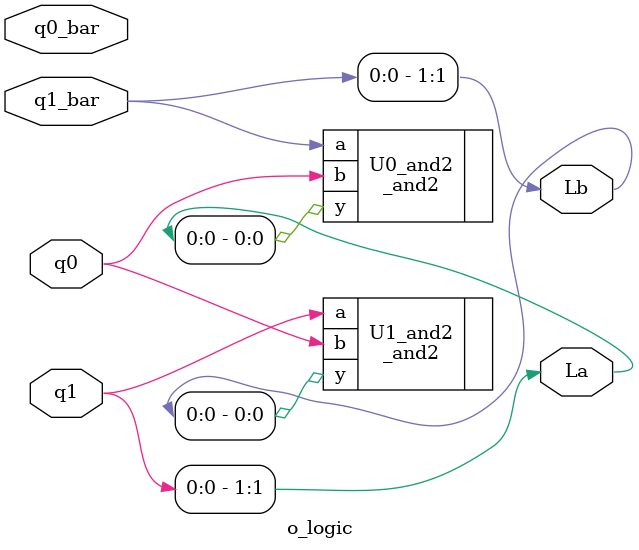
<source format=v>

module o_logic(q1, q1_bar, q0, q0_bar, La, Lb);
	input q1, q1_bar, q0, q0_bar;
	output [1:0] La, Lb;
	
	assign La[1]=q1;
	assign Lb[1]=q1_bar;
	
	_and2 U0_and2(.a(q1_bar), .b(q0), .y(La[0]));
	_and2 U1_and2(.a(q1), .b(q0), .y(Lb[0]));
	
endmodule 
</source>
